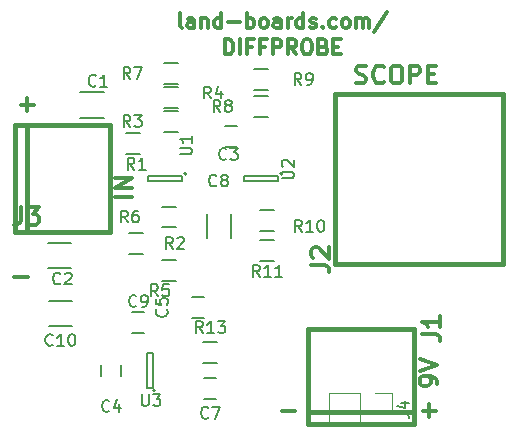
<source format=gbr>
G04 #@! TF.GenerationSoftware,KiCad,Pcbnew,(5.1.5)-3*
G04 #@! TF.CreationDate,2021-03-10T17:51:43-05:00*
G04 #@! TF.ProjectId,DiffProbe,44696666-5072-46f6-9265-2e6b69636164,X1*
G04 #@! TF.SameCoordinates,Original*
G04 #@! TF.FileFunction,Legend,Top*
G04 #@! TF.FilePolarity,Positive*
%FSLAX46Y46*%
G04 Gerber Fmt 4.6, Leading zero omitted, Abs format (unit mm)*
G04 Created by KiCad (PCBNEW (5.1.5)-3) date 2021-03-10 17:51:43*
%MOMM*%
%LPD*%
G04 APERTURE LIST*
%ADD10C,0.300000*%
%ADD11C,0.317500*%
%ADD12C,0.150000*%
%ADD13C,0.381000*%
%ADD14C,0.120000*%
%ADD15C,0.304800*%
G04 APERTURE END LIST*
D10*
X29607142Y-6607142D02*
X29821428Y-6678571D01*
X30178571Y-6678571D01*
X30321428Y-6607142D01*
X30392857Y-6535714D01*
X30464285Y-6392857D01*
X30464285Y-6250000D01*
X30392857Y-6107142D01*
X30321428Y-6035714D01*
X30178571Y-5964285D01*
X29892857Y-5892857D01*
X29750000Y-5821428D01*
X29678571Y-5750000D01*
X29607142Y-5607142D01*
X29607142Y-5464285D01*
X29678571Y-5321428D01*
X29750000Y-5250000D01*
X29892857Y-5178571D01*
X30250000Y-5178571D01*
X30464285Y-5250000D01*
X31964285Y-6535714D02*
X31892857Y-6607142D01*
X31678571Y-6678571D01*
X31535714Y-6678571D01*
X31321428Y-6607142D01*
X31178571Y-6464285D01*
X31107142Y-6321428D01*
X31035714Y-6035714D01*
X31035714Y-5821428D01*
X31107142Y-5535714D01*
X31178571Y-5392857D01*
X31321428Y-5250000D01*
X31535714Y-5178571D01*
X31678571Y-5178571D01*
X31892857Y-5250000D01*
X31964285Y-5321428D01*
X32892857Y-5178571D02*
X33178571Y-5178571D01*
X33321428Y-5250000D01*
X33464285Y-5392857D01*
X33535714Y-5678571D01*
X33535714Y-6178571D01*
X33464285Y-6464285D01*
X33321428Y-6607142D01*
X33178571Y-6678571D01*
X32892857Y-6678571D01*
X32750000Y-6607142D01*
X32607142Y-6464285D01*
X32535714Y-6178571D01*
X32535714Y-5678571D01*
X32607142Y-5392857D01*
X32750000Y-5250000D01*
X32892857Y-5178571D01*
X34178571Y-6678571D02*
X34178571Y-5178571D01*
X34750000Y-5178571D01*
X34892857Y-5250000D01*
X34964285Y-5321428D01*
X35035714Y-5464285D01*
X35035714Y-5678571D01*
X34964285Y-5821428D01*
X34892857Y-5892857D01*
X34750000Y-5964285D01*
X34178571Y-5964285D01*
X35678571Y-5892857D02*
X36178571Y-5892857D01*
X36392857Y-6678571D02*
X35678571Y-6678571D01*
X35678571Y-5178571D01*
X36392857Y-5178571D01*
X10678571Y-16285714D02*
X9178571Y-16285714D01*
X10678571Y-15571428D02*
X9178571Y-15571428D01*
X10678571Y-14714285D01*
X9178571Y-14714285D01*
X36492571Y-32170571D02*
X36492571Y-31884857D01*
X36421142Y-31742000D01*
X36349714Y-31670571D01*
X36135428Y-31527714D01*
X35849714Y-31456285D01*
X35278285Y-31456285D01*
X35135428Y-31527714D01*
X35064000Y-31599142D01*
X34992571Y-31742000D01*
X34992571Y-32027714D01*
X35064000Y-32170571D01*
X35135428Y-32242000D01*
X35278285Y-32313428D01*
X35635428Y-32313428D01*
X35778285Y-32242000D01*
X35849714Y-32170571D01*
X35921142Y-32027714D01*
X35921142Y-31742000D01*
X35849714Y-31599142D01*
X35778285Y-31527714D01*
X35635428Y-31456285D01*
X34992571Y-31027714D02*
X36492571Y-30527714D01*
X34992571Y-30027714D01*
X23304571Y-34397142D02*
X24447428Y-34397142D01*
X35242571Y-34397142D02*
X36385428Y-34397142D01*
X35814000Y-34968571D02*
X35814000Y-33825714D01*
X1206571Y-8489142D02*
X2349428Y-8489142D01*
X1778000Y-9060571D02*
X1778000Y-7917714D01*
X678571Y-23107142D02*
X1821428Y-23107142D01*
D11*
X14871095Y-2003273D02*
X14750142Y-1942797D01*
X14689666Y-1821845D01*
X14689666Y-733273D01*
X15899190Y-2003273D02*
X15899190Y-1338035D01*
X15838714Y-1217083D01*
X15717761Y-1156607D01*
X15475857Y-1156607D01*
X15354904Y-1217083D01*
X15899190Y-1942797D02*
X15778238Y-2003273D01*
X15475857Y-2003273D01*
X15354904Y-1942797D01*
X15294428Y-1821845D01*
X15294428Y-1700892D01*
X15354904Y-1579940D01*
X15475857Y-1519464D01*
X15778238Y-1519464D01*
X15899190Y-1458988D01*
X16503952Y-1156607D02*
X16503952Y-2003273D01*
X16503952Y-1277559D02*
X16564428Y-1217083D01*
X16685380Y-1156607D01*
X16866809Y-1156607D01*
X16987761Y-1217083D01*
X17048238Y-1338035D01*
X17048238Y-2003273D01*
X18197285Y-2003273D02*
X18197285Y-733273D01*
X18197285Y-1942797D02*
X18076333Y-2003273D01*
X17834428Y-2003273D01*
X17713476Y-1942797D01*
X17653000Y-1882321D01*
X17592523Y-1761369D01*
X17592523Y-1398511D01*
X17653000Y-1277559D01*
X17713476Y-1217083D01*
X17834428Y-1156607D01*
X18076333Y-1156607D01*
X18197285Y-1217083D01*
X18802047Y-1519464D02*
X19769666Y-1519464D01*
X20374428Y-2003273D02*
X20374428Y-733273D01*
X20374428Y-1217083D02*
X20495380Y-1156607D01*
X20737285Y-1156607D01*
X20858238Y-1217083D01*
X20918714Y-1277559D01*
X20979190Y-1398511D01*
X20979190Y-1761369D01*
X20918714Y-1882321D01*
X20858238Y-1942797D01*
X20737285Y-2003273D01*
X20495380Y-2003273D01*
X20374428Y-1942797D01*
X21704904Y-2003273D02*
X21583952Y-1942797D01*
X21523476Y-1882321D01*
X21463000Y-1761369D01*
X21463000Y-1398511D01*
X21523476Y-1277559D01*
X21583952Y-1217083D01*
X21704904Y-1156607D01*
X21886333Y-1156607D01*
X22007285Y-1217083D01*
X22067761Y-1277559D01*
X22128238Y-1398511D01*
X22128238Y-1761369D01*
X22067761Y-1882321D01*
X22007285Y-1942797D01*
X21886333Y-2003273D01*
X21704904Y-2003273D01*
X23216809Y-2003273D02*
X23216809Y-1338035D01*
X23156333Y-1217083D01*
X23035380Y-1156607D01*
X22793476Y-1156607D01*
X22672523Y-1217083D01*
X23216809Y-1942797D02*
X23095857Y-2003273D01*
X22793476Y-2003273D01*
X22672523Y-1942797D01*
X22612047Y-1821845D01*
X22612047Y-1700892D01*
X22672523Y-1579940D01*
X22793476Y-1519464D01*
X23095857Y-1519464D01*
X23216809Y-1458988D01*
X23821571Y-2003273D02*
X23821571Y-1156607D01*
X23821571Y-1398511D02*
X23882047Y-1277559D01*
X23942523Y-1217083D01*
X24063476Y-1156607D01*
X24184428Y-1156607D01*
X25152047Y-2003273D02*
X25152047Y-733273D01*
X25152047Y-1942797D02*
X25031095Y-2003273D01*
X24789190Y-2003273D01*
X24668238Y-1942797D01*
X24607761Y-1882321D01*
X24547285Y-1761369D01*
X24547285Y-1398511D01*
X24607761Y-1277559D01*
X24668238Y-1217083D01*
X24789190Y-1156607D01*
X25031095Y-1156607D01*
X25152047Y-1217083D01*
X25696333Y-1942797D02*
X25817285Y-2003273D01*
X26059190Y-2003273D01*
X26180142Y-1942797D01*
X26240619Y-1821845D01*
X26240619Y-1761369D01*
X26180142Y-1640416D01*
X26059190Y-1579940D01*
X25877761Y-1579940D01*
X25756809Y-1519464D01*
X25696333Y-1398511D01*
X25696333Y-1338035D01*
X25756809Y-1217083D01*
X25877761Y-1156607D01*
X26059190Y-1156607D01*
X26180142Y-1217083D01*
X26784904Y-1882321D02*
X26845380Y-1942797D01*
X26784904Y-2003273D01*
X26724428Y-1942797D01*
X26784904Y-1882321D01*
X26784904Y-2003273D01*
X27933952Y-1942797D02*
X27813000Y-2003273D01*
X27571095Y-2003273D01*
X27450142Y-1942797D01*
X27389666Y-1882321D01*
X27329190Y-1761369D01*
X27329190Y-1398511D01*
X27389666Y-1277559D01*
X27450142Y-1217083D01*
X27571095Y-1156607D01*
X27813000Y-1156607D01*
X27933952Y-1217083D01*
X28659666Y-2003273D02*
X28538714Y-1942797D01*
X28478238Y-1882321D01*
X28417761Y-1761369D01*
X28417761Y-1398511D01*
X28478238Y-1277559D01*
X28538714Y-1217083D01*
X28659666Y-1156607D01*
X28841095Y-1156607D01*
X28962047Y-1217083D01*
X29022523Y-1277559D01*
X29083000Y-1398511D01*
X29083000Y-1761369D01*
X29022523Y-1882321D01*
X28962047Y-1942797D01*
X28841095Y-2003273D01*
X28659666Y-2003273D01*
X29627285Y-2003273D02*
X29627285Y-1156607D01*
X29627285Y-1277559D02*
X29687761Y-1217083D01*
X29808714Y-1156607D01*
X29990142Y-1156607D01*
X30111095Y-1217083D01*
X30171571Y-1338035D01*
X30171571Y-2003273D01*
X30171571Y-1338035D02*
X30232047Y-1217083D01*
X30353000Y-1156607D01*
X30534428Y-1156607D01*
X30655380Y-1217083D01*
X30715857Y-1338035D01*
X30715857Y-2003273D01*
X32227761Y-672797D02*
X31139190Y-2305654D01*
X18499666Y-4225773D02*
X18499666Y-2955773D01*
X18802047Y-2955773D01*
X18983476Y-3016250D01*
X19104428Y-3137202D01*
X19164904Y-3258154D01*
X19225380Y-3500059D01*
X19225380Y-3681488D01*
X19164904Y-3923392D01*
X19104428Y-4044345D01*
X18983476Y-4165297D01*
X18802047Y-4225773D01*
X18499666Y-4225773D01*
X19769666Y-4225773D02*
X19769666Y-2955773D01*
X20797761Y-3560535D02*
X20374428Y-3560535D01*
X20374428Y-4225773D02*
X20374428Y-2955773D01*
X20979190Y-2955773D01*
X21886333Y-3560535D02*
X21463000Y-3560535D01*
X21463000Y-4225773D02*
X21463000Y-2955773D01*
X22067761Y-2955773D01*
X22551571Y-4225773D02*
X22551571Y-2955773D01*
X23035380Y-2955773D01*
X23156333Y-3016250D01*
X23216809Y-3076726D01*
X23277285Y-3197678D01*
X23277285Y-3379107D01*
X23216809Y-3500059D01*
X23156333Y-3560535D01*
X23035380Y-3621011D01*
X22551571Y-3621011D01*
X24547285Y-4225773D02*
X24123952Y-3621011D01*
X23821571Y-4225773D02*
X23821571Y-2955773D01*
X24305380Y-2955773D01*
X24426333Y-3016250D01*
X24486809Y-3076726D01*
X24547285Y-3197678D01*
X24547285Y-3379107D01*
X24486809Y-3500059D01*
X24426333Y-3560535D01*
X24305380Y-3621011D01*
X23821571Y-3621011D01*
X25333476Y-2955773D02*
X25575380Y-2955773D01*
X25696333Y-3016250D01*
X25817285Y-3137202D01*
X25877761Y-3379107D01*
X25877761Y-3802440D01*
X25817285Y-4044345D01*
X25696333Y-4165297D01*
X25575380Y-4225773D01*
X25333476Y-4225773D01*
X25212523Y-4165297D01*
X25091571Y-4044345D01*
X25031095Y-3802440D01*
X25031095Y-3379107D01*
X25091571Y-3137202D01*
X25212523Y-3016250D01*
X25333476Y-2955773D01*
X26845380Y-3560535D02*
X27026809Y-3621011D01*
X27087285Y-3681488D01*
X27147761Y-3802440D01*
X27147761Y-3983869D01*
X27087285Y-4104821D01*
X27026809Y-4165297D01*
X26905857Y-4225773D01*
X26422047Y-4225773D01*
X26422047Y-2955773D01*
X26845380Y-2955773D01*
X26966333Y-3016250D01*
X27026809Y-3076726D01*
X27087285Y-3197678D01*
X27087285Y-3318630D01*
X27026809Y-3439583D01*
X26966333Y-3500059D01*
X26845380Y-3560535D01*
X26422047Y-3560535D01*
X27692047Y-3560535D02*
X28115380Y-3560535D01*
X28296809Y-4225773D02*
X27692047Y-4225773D01*
X27692047Y-2955773D01*
X28296809Y-2955773D01*
D12*
X6250000Y-7425000D02*
X8250000Y-7425000D01*
X8250000Y-9575000D02*
X6250000Y-9575000D01*
X3500000Y-20175000D02*
X5500000Y-20175000D01*
X5500000Y-22325000D02*
X3500000Y-22325000D01*
X18550000Y-12026000D02*
X19550000Y-12026000D01*
X19550000Y-10326000D02*
X18550000Y-10326000D01*
X8040000Y-30488000D02*
X8040000Y-31488000D01*
X9740000Y-31488000D02*
X9740000Y-30488000D01*
X15756000Y-26504000D02*
X16756000Y-26504000D01*
X16756000Y-24804000D02*
X15756000Y-24804000D01*
X16772000Y-33362000D02*
X17772000Y-33362000D01*
X17772000Y-31662000D02*
X16772000Y-31662000D01*
X10676000Y-27774000D02*
X11676000Y-27774000D01*
X11676000Y-26074000D02*
X10676000Y-26074000D01*
X10150000Y-10875000D02*
X11350000Y-10875000D01*
X11350000Y-12625000D02*
X10150000Y-12625000D01*
X10400000Y-19375000D02*
X11600000Y-19375000D01*
X11600000Y-21125000D02*
X10400000Y-21125000D01*
X14570000Y-10781000D02*
X13370000Y-10781000D01*
X13370000Y-9031000D02*
X14570000Y-9031000D01*
X14570000Y-8749000D02*
X13370000Y-8749000D01*
X13370000Y-6999000D02*
X14570000Y-6999000D01*
X13150000Y-21625000D02*
X14350000Y-21625000D01*
X14350000Y-23375000D02*
X13150000Y-23375000D01*
X14350000Y-18875000D02*
X13150000Y-18875000D01*
X13150000Y-17125000D02*
X14350000Y-17125000D01*
X14570000Y-6717000D02*
X13370000Y-6717000D01*
X13370000Y-4967000D02*
X14570000Y-4967000D01*
X22190000Y-9511000D02*
X20990000Y-9511000D01*
X20990000Y-7761000D02*
X22190000Y-7761000D01*
X22190000Y-7225000D02*
X20990000Y-7225000D01*
X20990000Y-5475000D02*
X22190000Y-5475000D01*
X22698000Y-19163000D02*
X21498000Y-19163000D01*
X21498000Y-17413000D02*
X22698000Y-17413000D01*
X21498000Y-19953000D02*
X22698000Y-19953000D01*
X22698000Y-21703000D02*
X21498000Y-21703000D01*
X17872000Y-30339000D02*
X16672000Y-30339000D01*
X16672000Y-28589000D02*
X17872000Y-28589000D01*
D13*
X34512000Y-35488000D02*
X34512000Y-27488000D01*
X25512000Y-35488000D02*
X25512000Y-27488000D01*
X34512000Y-27488000D02*
X25512000Y-27488000D01*
X34512000Y-34488000D02*
X25512000Y-34488000D01*
X34512000Y-35488000D02*
X25512000Y-35488000D01*
X740000Y-19242000D02*
X8740000Y-19242000D01*
X740000Y-10242000D02*
X8740000Y-10242000D01*
X8740000Y-19242000D02*
X8740000Y-10242000D01*
X1740000Y-19242000D02*
X1740000Y-10242000D01*
X740000Y-19242000D02*
X740000Y-10242000D01*
D12*
X15262000Y-14332000D02*
G75*
G03X15262000Y-14332000I-100000J0D01*
G01*
X14912000Y-14982000D02*
X14912000Y-14482000D01*
X12012000Y-14982000D02*
X14912000Y-14982000D01*
X12012000Y-14482000D02*
X12012000Y-14982000D01*
X14912000Y-14482000D02*
X12012000Y-14482000D01*
X23390000Y-14332000D02*
G75*
G03X23390000Y-14332000I-100000J0D01*
G01*
X23040000Y-14982000D02*
X23040000Y-14482000D01*
X20140000Y-14982000D02*
X23040000Y-14982000D01*
X20140000Y-14482000D02*
X20140000Y-14982000D01*
X23040000Y-14482000D02*
X20140000Y-14482000D01*
X12592000Y-32688000D02*
G75*
G03X12592000Y-32688000I-100000J0D01*
G01*
X11942000Y-32438000D02*
X12442000Y-32438000D01*
X11942000Y-29538000D02*
X11942000Y-32438000D01*
X12442000Y-29538000D02*
X11942000Y-29538000D01*
X12442000Y-32438000D02*
X12442000Y-29538000D01*
D13*
X27838400Y-7543800D02*
X42039540Y-7543800D01*
X42034460Y-7538720D02*
X42034460Y-21937980D01*
X42039540Y-21943060D02*
X27838400Y-21943060D01*
X27820620Y-7543800D02*
X27820620Y-21943060D01*
D12*
X3572000Y-27187000D02*
X5572000Y-27187000D01*
X5572000Y-25137000D02*
X3572000Y-25137000D01*
X19025000Y-19750000D02*
X19025000Y-17750000D01*
X16975000Y-17750000D02*
X16975000Y-19750000D01*
D14*
X29972000Y-32900000D02*
X27312000Y-32900000D01*
X27312000Y-32900000D02*
X27312000Y-35680000D01*
X27312000Y-35680000D02*
X29972000Y-35680000D01*
X29972000Y-35680000D02*
X29972000Y-32900000D01*
X31242000Y-32900000D02*
X32632000Y-32900000D01*
X32632000Y-32900000D02*
X32632000Y-34290000D01*
D12*
X7583333Y-6857142D02*
X7535714Y-6904761D01*
X7392857Y-6952380D01*
X7297619Y-6952380D01*
X7154761Y-6904761D01*
X7059523Y-6809523D01*
X7011904Y-6714285D01*
X6964285Y-6523809D01*
X6964285Y-6380952D01*
X7011904Y-6190476D01*
X7059523Y-6095238D01*
X7154761Y-6000000D01*
X7297619Y-5952380D01*
X7392857Y-5952380D01*
X7535714Y-6000000D01*
X7583333Y-6047619D01*
X8535714Y-6952380D02*
X7964285Y-6952380D01*
X8250000Y-6952380D02*
X8250000Y-5952380D01*
X8154761Y-6095238D01*
X8059523Y-6190476D01*
X7964285Y-6238095D01*
X4583333Y-23607142D02*
X4535714Y-23654761D01*
X4392857Y-23702380D01*
X4297619Y-23702380D01*
X4154761Y-23654761D01*
X4059523Y-23559523D01*
X4011904Y-23464285D01*
X3964285Y-23273809D01*
X3964285Y-23130952D01*
X4011904Y-22940476D01*
X4059523Y-22845238D01*
X4154761Y-22750000D01*
X4297619Y-22702380D01*
X4392857Y-22702380D01*
X4535714Y-22750000D01*
X4583333Y-22797619D01*
X4964285Y-22797619D02*
X5011904Y-22750000D01*
X5107142Y-22702380D01*
X5345238Y-22702380D01*
X5440476Y-22750000D01*
X5488095Y-22797619D01*
X5535714Y-22892857D01*
X5535714Y-22988095D01*
X5488095Y-23130952D01*
X4916666Y-23702380D01*
X5535714Y-23702380D01*
X18629333Y-13057142D02*
X18581714Y-13104761D01*
X18438857Y-13152380D01*
X18343619Y-13152380D01*
X18200761Y-13104761D01*
X18105523Y-13009523D01*
X18057904Y-12914285D01*
X18010285Y-12723809D01*
X18010285Y-12580952D01*
X18057904Y-12390476D01*
X18105523Y-12295238D01*
X18200761Y-12200000D01*
X18343619Y-12152380D01*
X18438857Y-12152380D01*
X18581714Y-12200000D01*
X18629333Y-12247619D01*
X18962666Y-12152380D02*
X19581714Y-12152380D01*
X19248380Y-12533333D01*
X19391238Y-12533333D01*
X19486476Y-12580952D01*
X19534095Y-12628571D01*
X19581714Y-12723809D01*
X19581714Y-12961904D01*
X19534095Y-13057142D01*
X19486476Y-13104761D01*
X19391238Y-13152380D01*
X19105523Y-13152380D01*
X19010285Y-13104761D01*
X18962666Y-13057142D01*
X8723333Y-34393142D02*
X8675714Y-34440761D01*
X8532857Y-34488380D01*
X8437619Y-34488380D01*
X8294761Y-34440761D01*
X8199523Y-34345523D01*
X8151904Y-34250285D01*
X8104285Y-34059809D01*
X8104285Y-33916952D01*
X8151904Y-33726476D01*
X8199523Y-33631238D01*
X8294761Y-33536000D01*
X8437619Y-33488380D01*
X8532857Y-33488380D01*
X8675714Y-33536000D01*
X8723333Y-33583619D01*
X9580476Y-33821714D02*
X9580476Y-34488380D01*
X9342380Y-33440761D02*
X9104285Y-34155047D01*
X9723333Y-34155047D01*
X13565142Y-25820666D02*
X13612761Y-25868285D01*
X13660380Y-26011142D01*
X13660380Y-26106380D01*
X13612761Y-26249238D01*
X13517523Y-26344476D01*
X13422285Y-26392095D01*
X13231809Y-26439714D01*
X13088952Y-26439714D01*
X12898476Y-26392095D01*
X12803238Y-26344476D01*
X12708000Y-26249238D01*
X12660380Y-26106380D01*
X12660380Y-26011142D01*
X12708000Y-25868285D01*
X12755619Y-25820666D01*
X12660380Y-24915904D02*
X12660380Y-25392095D01*
X13136571Y-25439714D01*
X13088952Y-25392095D01*
X13041333Y-25296857D01*
X13041333Y-25058761D01*
X13088952Y-24963523D01*
X13136571Y-24915904D01*
X13231809Y-24868285D01*
X13469904Y-24868285D01*
X13565142Y-24915904D01*
X13612761Y-24963523D01*
X13660380Y-25058761D01*
X13660380Y-25296857D01*
X13612761Y-25392095D01*
X13565142Y-25439714D01*
X17105333Y-34969142D02*
X17057714Y-35016761D01*
X16914857Y-35064380D01*
X16819619Y-35064380D01*
X16676761Y-35016761D01*
X16581523Y-34921523D01*
X16533904Y-34826285D01*
X16486285Y-34635809D01*
X16486285Y-34492952D01*
X16533904Y-34302476D01*
X16581523Y-34207238D01*
X16676761Y-34112000D01*
X16819619Y-34064380D01*
X16914857Y-34064380D01*
X17057714Y-34112000D01*
X17105333Y-34159619D01*
X17438666Y-34064380D02*
X18105333Y-34064380D01*
X17676761Y-35064380D01*
X11009333Y-25503142D02*
X10961714Y-25550761D01*
X10818857Y-25598380D01*
X10723619Y-25598380D01*
X10580761Y-25550761D01*
X10485523Y-25455523D01*
X10437904Y-25360285D01*
X10390285Y-25169809D01*
X10390285Y-25026952D01*
X10437904Y-24836476D01*
X10485523Y-24741238D01*
X10580761Y-24646000D01*
X10723619Y-24598380D01*
X10818857Y-24598380D01*
X10961714Y-24646000D01*
X11009333Y-24693619D01*
X11485523Y-25598380D02*
X11676000Y-25598380D01*
X11771238Y-25550761D01*
X11818857Y-25503142D01*
X11914095Y-25360285D01*
X11961714Y-25169809D01*
X11961714Y-24788857D01*
X11914095Y-24693619D01*
X11866476Y-24646000D01*
X11771238Y-24598380D01*
X11580761Y-24598380D01*
X11485523Y-24646000D01*
X11437904Y-24693619D01*
X11390285Y-24788857D01*
X11390285Y-25026952D01*
X11437904Y-25122190D01*
X11485523Y-25169809D01*
X11580761Y-25217428D01*
X11771238Y-25217428D01*
X11866476Y-25169809D01*
X11914095Y-25122190D01*
X11961714Y-25026952D01*
X10837333Y-13980380D02*
X10504000Y-13504190D01*
X10265904Y-13980380D02*
X10265904Y-12980380D01*
X10646857Y-12980380D01*
X10742095Y-13028000D01*
X10789714Y-13075619D01*
X10837333Y-13170857D01*
X10837333Y-13313714D01*
X10789714Y-13408952D01*
X10742095Y-13456571D01*
X10646857Y-13504190D01*
X10265904Y-13504190D01*
X11789714Y-13980380D02*
X11218285Y-13980380D01*
X11504000Y-13980380D02*
X11504000Y-12980380D01*
X11408761Y-13123238D01*
X11313523Y-13218476D01*
X11218285Y-13266095D01*
X14083333Y-20702380D02*
X13750000Y-20226190D01*
X13511904Y-20702380D02*
X13511904Y-19702380D01*
X13892857Y-19702380D01*
X13988095Y-19750000D01*
X14035714Y-19797619D01*
X14083333Y-19892857D01*
X14083333Y-20035714D01*
X14035714Y-20130952D01*
X13988095Y-20178571D01*
X13892857Y-20226190D01*
X13511904Y-20226190D01*
X14464285Y-19797619D02*
X14511904Y-19750000D01*
X14607142Y-19702380D01*
X14845238Y-19702380D01*
X14940476Y-19750000D01*
X14988095Y-19797619D01*
X15035714Y-19892857D01*
X15035714Y-19988095D01*
X14988095Y-20130952D01*
X14416666Y-20702380D01*
X15035714Y-20702380D01*
X10501333Y-10358380D02*
X10168000Y-9882190D01*
X9929904Y-10358380D02*
X9929904Y-9358380D01*
X10310857Y-9358380D01*
X10406095Y-9406000D01*
X10453714Y-9453619D01*
X10501333Y-9548857D01*
X10501333Y-9691714D01*
X10453714Y-9786952D01*
X10406095Y-9834571D01*
X10310857Y-9882190D01*
X9929904Y-9882190D01*
X10834666Y-9358380D02*
X11453714Y-9358380D01*
X11120380Y-9739333D01*
X11263238Y-9739333D01*
X11358476Y-9786952D01*
X11406095Y-9834571D01*
X11453714Y-9929809D01*
X11453714Y-10167904D01*
X11406095Y-10263142D01*
X11358476Y-10310761D01*
X11263238Y-10358380D01*
X10977523Y-10358380D01*
X10882285Y-10310761D01*
X10834666Y-10263142D01*
X17333333Y-7952380D02*
X17000000Y-7476190D01*
X16761904Y-7952380D02*
X16761904Y-6952380D01*
X17142857Y-6952380D01*
X17238095Y-7000000D01*
X17285714Y-7047619D01*
X17333333Y-7142857D01*
X17333333Y-7285714D01*
X17285714Y-7380952D01*
X17238095Y-7428571D01*
X17142857Y-7476190D01*
X16761904Y-7476190D01*
X18190476Y-7285714D02*
X18190476Y-7952380D01*
X17952380Y-6904761D02*
X17714285Y-7619047D01*
X18333333Y-7619047D01*
X12833333Y-24702380D02*
X12500000Y-24226190D01*
X12261904Y-24702380D02*
X12261904Y-23702380D01*
X12642857Y-23702380D01*
X12738095Y-23750000D01*
X12785714Y-23797619D01*
X12833333Y-23892857D01*
X12833333Y-24035714D01*
X12785714Y-24130952D01*
X12738095Y-24178571D01*
X12642857Y-24226190D01*
X12261904Y-24226190D01*
X13738095Y-23702380D02*
X13261904Y-23702380D01*
X13214285Y-24178571D01*
X13261904Y-24130952D01*
X13357142Y-24083333D01*
X13595238Y-24083333D01*
X13690476Y-24130952D01*
X13738095Y-24178571D01*
X13785714Y-24273809D01*
X13785714Y-24511904D01*
X13738095Y-24607142D01*
X13690476Y-24654761D01*
X13595238Y-24702380D01*
X13357142Y-24702380D01*
X13261904Y-24654761D01*
X13214285Y-24607142D01*
X10281333Y-18452380D02*
X9948000Y-17976190D01*
X9709904Y-18452380D02*
X9709904Y-17452380D01*
X10090857Y-17452380D01*
X10186095Y-17500000D01*
X10233714Y-17547619D01*
X10281333Y-17642857D01*
X10281333Y-17785714D01*
X10233714Y-17880952D01*
X10186095Y-17928571D01*
X10090857Y-17976190D01*
X9709904Y-17976190D01*
X11138476Y-17452380D02*
X10948000Y-17452380D01*
X10852761Y-17500000D01*
X10805142Y-17547619D01*
X10709904Y-17690476D01*
X10662285Y-17880952D01*
X10662285Y-18261904D01*
X10709904Y-18357142D01*
X10757523Y-18404761D01*
X10852761Y-18452380D01*
X11043238Y-18452380D01*
X11138476Y-18404761D01*
X11186095Y-18357142D01*
X11233714Y-18261904D01*
X11233714Y-18023809D01*
X11186095Y-17928571D01*
X11138476Y-17880952D01*
X11043238Y-17833333D01*
X10852761Y-17833333D01*
X10757523Y-17880952D01*
X10709904Y-17928571D01*
X10662285Y-18023809D01*
X10501333Y-6294380D02*
X10168000Y-5818190D01*
X9929904Y-6294380D02*
X9929904Y-5294380D01*
X10310857Y-5294380D01*
X10406095Y-5342000D01*
X10453714Y-5389619D01*
X10501333Y-5484857D01*
X10501333Y-5627714D01*
X10453714Y-5722952D01*
X10406095Y-5770571D01*
X10310857Y-5818190D01*
X9929904Y-5818190D01*
X10834666Y-5294380D02*
X11501333Y-5294380D01*
X11072761Y-6294380D01*
X18121333Y-9088380D02*
X17788000Y-8612190D01*
X17549904Y-9088380D02*
X17549904Y-8088380D01*
X17930857Y-8088380D01*
X18026095Y-8136000D01*
X18073714Y-8183619D01*
X18121333Y-8278857D01*
X18121333Y-8421714D01*
X18073714Y-8516952D01*
X18026095Y-8564571D01*
X17930857Y-8612190D01*
X17549904Y-8612190D01*
X18692761Y-8516952D02*
X18597523Y-8469333D01*
X18549904Y-8421714D01*
X18502285Y-8326476D01*
X18502285Y-8278857D01*
X18549904Y-8183619D01*
X18597523Y-8136000D01*
X18692761Y-8088380D01*
X18883238Y-8088380D01*
X18978476Y-8136000D01*
X19026095Y-8183619D01*
X19073714Y-8278857D01*
X19073714Y-8326476D01*
X19026095Y-8421714D01*
X18978476Y-8469333D01*
X18883238Y-8516952D01*
X18692761Y-8516952D01*
X18597523Y-8564571D01*
X18549904Y-8612190D01*
X18502285Y-8707428D01*
X18502285Y-8897904D01*
X18549904Y-8993142D01*
X18597523Y-9040761D01*
X18692761Y-9088380D01*
X18883238Y-9088380D01*
X18978476Y-9040761D01*
X19026095Y-8993142D01*
X19073714Y-8897904D01*
X19073714Y-8707428D01*
X19026095Y-8612190D01*
X18978476Y-8564571D01*
X18883238Y-8516952D01*
X24979333Y-6802380D02*
X24646000Y-6326190D01*
X24407904Y-6802380D02*
X24407904Y-5802380D01*
X24788857Y-5802380D01*
X24884095Y-5850000D01*
X24931714Y-5897619D01*
X24979333Y-5992857D01*
X24979333Y-6135714D01*
X24931714Y-6230952D01*
X24884095Y-6278571D01*
X24788857Y-6326190D01*
X24407904Y-6326190D01*
X25455523Y-6802380D02*
X25646000Y-6802380D01*
X25741238Y-6754761D01*
X25788857Y-6707142D01*
X25884095Y-6564285D01*
X25931714Y-6373809D01*
X25931714Y-5992857D01*
X25884095Y-5897619D01*
X25836476Y-5850000D01*
X25741238Y-5802380D01*
X25550761Y-5802380D01*
X25455523Y-5850000D01*
X25407904Y-5897619D01*
X25360285Y-5992857D01*
X25360285Y-6230952D01*
X25407904Y-6326190D01*
X25455523Y-6373809D01*
X25550761Y-6421428D01*
X25741238Y-6421428D01*
X25836476Y-6373809D01*
X25884095Y-6326190D01*
X25931714Y-6230952D01*
X25011142Y-19248380D02*
X24677809Y-18772190D01*
X24439714Y-19248380D02*
X24439714Y-18248380D01*
X24820666Y-18248380D01*
X24915904Y-18296000D01*
X24963523Y-18343619D01*
X25011142Y-18438857D01*
X25011142Y-18581714D01*
X24963523Y-18676952D01*
X24915904Y-18724571D01*
X24820666Y-18772190D01*
X24439714Y-18772190D01*
X25963523Y-19248380D02*
X25392095Y-19248380D01*
X25677809Y-19248380D02*
X25677809Y-18248380D01*
X25582571Y-18391238D01*
X25487333Y-18486476D01*
X25392095Y-18534095D01*
X26582571Y-18248380D02*
X26677809Y-18248380D01*
X26773047Y-18296000D01*
X26820666Y-18343619D01*
X26868285Y-18438857D01*
X26915904Y-18629333D01*
X26915904Y-18867428D01*
X26868285Y-19057904D01*
X26820666Y-19153142D01*
X26773047Y-19200761D01*
X26677809Y-19248380D01*
X26582571Y-19248380D01*
X26487333Y-19200761D01*
X26439714Y-19153142D01*
X26392095Y-19057904D01*
X26344476Y-18867428D01*
X26344476Y-18629333D01*
X26392095Y-18438857D01*
X26439714Y-18343619D01*
X26487333Y-18296000D01*
X26582571Y-18248380D01*
X21455142Y-23058380D02*
X21121809Y-22582190D01*
X20883714Y-23058380D02*
X20883714Y-22058380D01*
X21264666Y-22058380D01*
X21359904Y-22106000D01*
X21407523Y-22153619D01*
X21455142Y-22248857D01*
X21455142Y-22391714D01*
X21407523Y-22486952D01*
X21359904Y-22534571D01*
X21264666Y-22582190D01*
X20883714Y-22582190D01*
X22407523Y-23058380D02*
X21836095Y-23058380D01*
X22121809Y-23058380D02*
X22121809Y-22058380D01*
X22026571Y-22201238D01*
X21931333Y-22296476D01*
X21836095Y-22344095D01*
X23359904Y-23058380D02*
X22788476Y-23058380D01*
X23074190Y-23058380D02*
X23074190Y-22058380D01*
X22978952Y-22201238D01*
X22883714Y-22296476D01*
X22788476Y-22344095D01*
X16629142Y-27816380D02*
X16295809Y-27340190D01*
X16057714Y-27816380D02*
X16057714Y-26816380D01*
X16438666Y-26816380D01*
X16533904Y-26864000D01*
X16581523Y-26911619D01*
X16629142Y-27006857D01*
X16629142Y-27149714D01*
X16581523Y-27244952D01*
X16533904Y-27292571D01*
X16438666Y-27340190D01*
X16057714Y-27340190D01*
X17581523Y-27816380D02*
X17010095Y-27816380D01*
X17295809Y-27816380D02*
X17295809Y-26816380D01*
X17200571Y-26959238D01*
X17105333Y-27054476D01*
X17010095Y-27102095D01*
X17914857Y-26816380D02*
X18533904Y-26816380D01*
X18200571Y-27197333D01*
X18343428Y-27197333D01*
X18438666Y-27244952D01*
X18486285Y-27292571D01*
X18533904Y-27387809D01*
X18533904Y-27625904D01*
X18486285Y-27721142D01*
X18438666Y-27768761D01*
X18343428Y-27816380D01*
X18057714Y-27816380D01*
X17962476Y-27768761D01*
X17914857Y-27721142D01*
D15*
X35233428Y-27940000D02*
X36322000Y-27940000D01*
X36539714Y-28012571D01*
X36684857Y-28157714D01*
X36757428Y-28375428D01*
X36757428Y-28520571D01*
X36757428Y-26416000D02*
X36757428Y-27286857D01*
X36757428Y-26851428D02*
X35233428Y-26851428D01*
X35451142Y-26996571D01*
X35596285Y-27141714D01*
X35668857Y-27286857D01*
X1242000Y-17165428D02*
X1242000Y-18254000D01*
X1169428Y-18471714D01*
X1024285Y-18616857D01*
X806571Y-18689428D01*
X661428Y-18689428D01*
X1822571Y-17165428D02*
X2766000Y-17165428D01*
X2258000Y-17746000D01*
X2475714Y-17746000D01*
X2620857Y-17818571D01*
X2693428Y-17891142D01*
X2766000Y-18036285D01*
X2766000Y-18399142D01*
X2693428Y-18544285D01*
X2620857Y-18616857D01*
X2475714Y-18689428D01*
X2040285Y-18689428D01*
X1895142Y-18616857D01*
X1822571Y-18544285D01*
D12*
X14692380Y-12699904D02*
X15501904Y-12699904D01*
X15597142Y-12652285D01*
X15644761Y-12604666D01*
X15692380Y-12509428D01*
X15692380Y-12318952D01*
X15644761Y-12223714D01*
X15597142Y-12176095D01*
X15501904Y-12128476D01*
X14692380Y-12128476D01*
X15692380Y-11128476D02*
X15692380Y-11699904D01*
X15692380Y-11414190D02*
X14692380Y-11414190D01*
X14835238Y-11509428D01*
X14930476Y-11604666D01*
X14978095Y-11699904D01*
X23328380Y-14731904D02*
X24137904Y-14731904D01*
X24233142Y-14684285D01*
X24280761Y-14636666D01*
X24328380Y-14541428D01*
X24328380Y-14350952D01*
X24280761Y-14255714D01*
X24233142Y-14208095D01*
X24137904Y-14160476D01*
X23328380Y-14160476D01*
X23423619Y-13731904D02*
X23376000Y-13684285D01*
X23328380Y-13589047D01*
X23328380Y-13350952D01*
X23376000Y-13255714D01*
X23423619Y-13208095D01*
X23518857Y-13160476D01*
X23614095Y-13160476D01*
X23756952Y-13208095D01*
X24328380Y-13779523D01*
X24328380Y-13160476D01*
X11480095Y-32990380D02*
X11480095Y-33799904D01*
X11527714Y-33895142D01*
X11575333Y-33942761D01*
X11670571Y-33990380D01*
X11861047Y-33990380D01*
X11956285Y-33942761D01*
X12003904Y-33895142D01*
X12051523Y-33799904D01*
X12051523Y-32990380D01*
X12432476Y-32990380D02*
X13051523Y-32990380D01*
X12718190Y-33371333D01*
X12861047Y-33371333D01*
X12956285Y-33418952D01*
X13003904Y-33466571D01*
X13051523Y-33561809D01*
X13051523Y-33799904D01*
X13003904Y-33895142D01*
X12956285Y-33942761D01*
X12861047Y-33990380D01*
X12575333Y-33990380D01*
X12480095Y-33942761D01*
X12432476Y-33895142D01*
D15*
X25835428Y-22098000D02*
X26924000Y-22098000D01*
X27141714Y-22170571D01*
X27286857Y-22315714D01*
X27359428Y-22533428D01*
X27359428Y-22678571D01*
X25980571Y-21444857D02*
X25908000Y-21372285D01*
X25835428Y-21227142D01*
X25835428Y-20864285D01*
X25908000Y-20719142D01*
X25980571Y-20646571D01*
X26125714Y-20574000D01*
X26270857Y-20574000D01*
X26488571Y-20646571D01*
X27359428Y-21517428D01*
X27359428Y-20574000D01*
D12*
X3929142Y-28819142D02*
X3881523Y-28866761D01*
X3738666Y-28914380D01*
X3643428Y-28914380D01*
X3500571Y-28866761D01*
X3405333Y-28771523D01*
X3357714Y-28676285D01*
X3310095Y-28485809D01*
X3310095Y-28342952D01*
X3357714Y-28152476D01*
X3405333Y-28057238D01*
X3500571Y-27962000D01*
X3643428Y-27914380D01*
X3738666Y-27914380D01*
X3881523Y-27962000D01*
X3929142Y-28009619D01*
X4881523Y-28914380D02*
X4310095Y-28914380D01*
X4595809Y-28914380D02*
X4595809Y-27914380D01*
X4500571Y-28057238D01*
X4405333Y-28152476D01*
X4310095Y-28200095D01*
X5500571Y-27914380D02*
X5595809Y-27914380D01*
X5691047Y-27962000D01*
X5738666Y-28009619D01*
X5786285Y-28104857D01*
X5833904Y-28295333D01*
X5833904Y-28533428D01*
X5786285Y-28723904D01*
X5738666Y-28819142D01*
X5691047Y-28866761D01*
X5595809Y-28914380D01*
X5500571Y-28914380D01*
X5405333Y-28866761D01*
X5357714Y-28819142D01*
X5310095Y-28723904D01*
X5262476Y-28533428D01*
X5262476Y-28295333D01*
X5310095Y-28104857D01*
X5357714Y-28009619D01*
X5405333Y-27962000D01*
X5500571Y-27914380D01*
X17791333Y-15311142D02*
X17743714Y-15358761D01*
X17600857Y-15406380D01*
X17505619Y-15406380D01*
X17362761Y-15358761D01*
X17267523Y-15263523D01*
X17219904Y-15168285D01*
X17172285Y-14977809D01*
X17172285Y-14834952D01*
X17219904Y-14644476D01*
X17267523Y-14549238D01*
X17362761Y-14454000D01*
X17505619Y-14406380D01*
X17600857Y-14406380D01*
X17743714Y-14454000D01*
X17791333Y-14501619D01*
X18362761Y-14834952D02*
X18267523Y-14787333D01*
X18219904Y-14739714D01*
X18172285Y-14644476D01*
X18172285Y-14596857D01*
X18219904Y-14501619D01*
X18267523Y-14454000D01*
X18362761Y-14406380D01*
X18553238Y-14406380D01*
X18648476Y-14454000D01*
X18696095Y-14501619D01*
X18743714Y-14596857D01*
X18743714Y-14644476D01*
X18696095Y-14739714D01*
X18648476Y-14787333D01*
X18553238Y-14834952D01*
X18362761Y-14834952D01*
X18267523Y-14882571D01*
X18219904Y-14930190D01*
X18172285Y-15025428D01*
X18172285Y-15215904D01*
X18219904Y-15311142D01*
X18267523Y-15358761D01*
X18362761Y-15406380D01*
X18553238Y-15406380D01*
X18648476Y-15358761D01*
X18696095Y-15311142D01*
X18743714Y-15215904D01*
X18743714Y-15025428D01*
X18696095Y-14930190D01*
X18648476Y-14882571D01*
X18553238Y-14834952D01*
X33084380Y-34623333D02*
X33798666Y-34623333D01*
X33941523Y-34670952D01*
X34036761Y-34766190D01*
X34084380Y-34909047D01*
X34084380Y-35004285D01*
X33417714Y-33718571D02*
X34084380Y-33718571D01*
X33036761Y-33956666D02*
X33751047Y-34194761D01*
X33751047Y-33575714D01*
M02*

</source>
